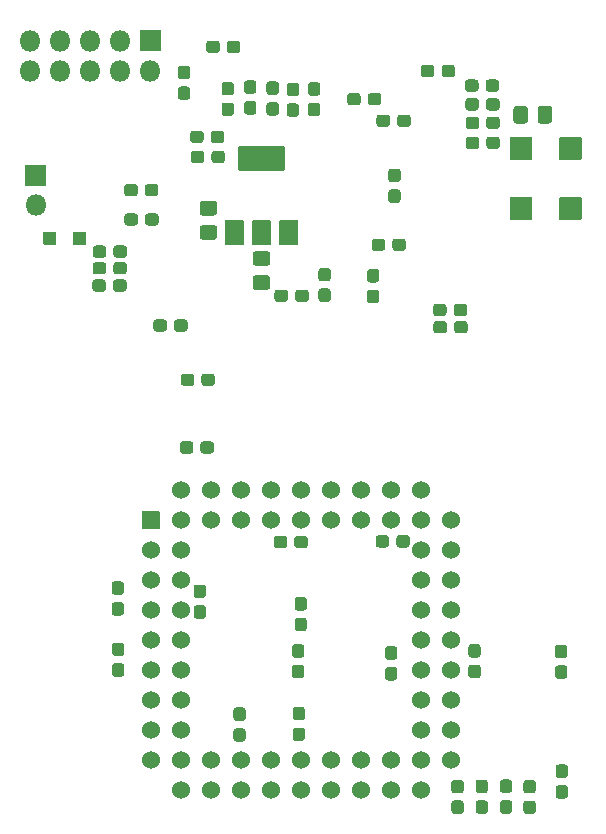
<source format=gbr>
G04 #@! TF.GenerationSoftware,KiCad,Pcbnew,(5.1.8)-1*
G04 #@! TF.CreationDate,2021-01-30T15:14:53+00:00*
G04 #@! TF.ProjectId,ElectronULA,456c6563-7472-46f6-9e55-4c412e6b6963,rev?*
G04 #@! TF.SameCoordinates,Original*
G04 #@! TF.FileFunction,Soldermask,Bot*
G04 #@! TF.FilePolarity,Negative*
%FSLAX46Y46*%
G04 Gerber Fmt 4.6, Leading zero omitted, Abs format (unit mm)*
G04 Created by KiCad (PCBNEW (5.1.8)-1) date 2021-01-30 15:14:53*
%MOMM*%
%LPD*%
G01*
G04 APERTURE LIST*
%ADD10O,1.802000X1.802000*%
%ADD11C,1.524400*%
G04 APERTURE END LIST*
G36*
G01*
X173691660Y-121448280D02*
X173165660Y-121448280D01*
G75*
G02*
X172902660Y-121185280I0J263000D01*
G01*
X172902660Y-120559280D01*
G75*
G02*
X173165660Y-120296280I263000J0D01*
G01*
X173691660Y-120296280D01*
G75*
G02*
X173954660Y-120559280I0J-263000D01*
G01*
X173954660Y-121185280D01*
G75*
G02*
X173691660Y-121448280I-263000J0D01*
G01*
G37*
G36*
G01*
X173691660Y-123198280D02*
X173165660Y-123198280D01*
G75*
G02*
X172902660Y-122935280I0J263000D01*
G01*
X172902660Y-122309280D01*
G75*
G02*
X173165660Y-122046280I263000J0D01*
G01*
X173691660Y-122046280D01*
G75*
G02*
X173954660Y-122309280I0J-263000D01*
G01*
X173954660Y-122935280D01*
G75*
G02*
X173691660Y-123198280I-263000J0D01*
G01*
G37*
G36*
G01*
X171700300Y-121415260D02*
X171174300Y-121415260D01*
G75*
G02*
X170911300Y-121152260I0J263000D01*
G01*
X170911300Y-120526260D01*
G75*
G02*
X171174300Y-120263260I263000J0D01*
G01*
X171700300Y-120263260D01*
G75*
G02*
X171963300Y-120526260I0J-263000D01*
G01*
X171963300Y-121152260D01*
G75*
G02*
X171700300Y-121415260I-263000J0D01*
G01*
G37*
G36*
G01*
X171700300Y-123165260D02*
X171174300Y-123165260D01*
G75*
G02*
X170911300Y-122902260I0J263000D01*
G01*
X170911300Y-122276260D01*
G75*
G02*
X171174300Y-122013260I263000J0D01*
G01*
X171700300Y-122013260D01*
G75*
G02*
X171963300Y-122276260I0J-263000D01*
G01*
X171963300Y-122902260D01*
G75*
G02*
X171700300Y-123165260I-263000J0D01*
G01*
G37*
G36*
G01*
X169647980Y-121425420D02*
X169121980Y-121425420D01*
G75*
G02*
X168858980Y-121162420I0J263000D01*
G01*
X168858980Y-120536420D01*
G75*
G02*
X169121980Y-120273420I263000J0D01*
G01*
X169647980Y-120273420D01*
G75*
G02*
X169910980Y-120536420I0J-263000D01*
G01*
X169910980Y-121162420D01*
G75*
G02*
X169647980Y-121425420I-263000J0D01*
G01*
G37*
G36*
G01*
X169647980Y-123175420D02*
X169121980Y-123175420D01*
G75*
G02*
X168858980Y-122912420I0J263000D01*
G01*
X168858980Y-122286420D01*
G75*
G02*
X169121980Y-122023420I263000J0D01*
G01*
X169647980Y-122023420D01*
G75*
G02*
X169910980Y-122286420I0J-263000D01*
G01*
X169910980Y-122912420D01*
G75*
G02*
X169647980Y-123175420I-263000J0D01*
G01*
G37*
G36*
G01*
X167598200Y-121440660D02*
X167072200Y-121440660D01*
G75*
G02*
X166809200Y-121177660I0J263000D01*
G01*
X166809200Y-120551660D01*
G75*
G02*
X167072200Y-120288660I263000J0D01*
G01*
X167598200Y-120288660D01*
G75*
G02*
X167861200Y-120551660I0J-263000D01*
G01*
X167861200Y-121177660D01*
G75*
G02*
X167598200Y-121440660I-263000J0D01*
G01*
G37*
G36*
G01*
X167598200Y-123190660D02*
X167072200Y-123190660D01*
G75*
G02*
X166809200Y-122927660I0J263000D01*
G01*
X166809200Y-122301660D01*
G75*
G02*
X167072200Y-122038660I263000J0D01*
G01*
X167598200Y-122038660D01*
G75*
G02*
X167861200Y-122301660I0J-263000D01*
G01*
X167861200Y-122927660D01*
G75*
G02*
X167598200Y-123190660I-263000J0D01*
G01*
G37*
G36*
G01*
X133369820Y-73955020D02*
X133369820Y-74955020D01*
G75*
G02*
X133318820Y-75006020I-51000J0D01*
G01*
X132318820Y-75006020D01*
G75*
G02*
X132267820Y-74955020I0J51000D01*
G01*
X132267820Y-73955020D01*
G75*
G02*
X132318820Y-73904020I51000J0D01*
G01*
X133318820Y-73904020D01*
G75*
G02*
X133369820Y-73955020I0J-51000D01*
G01*
G37*
G36*
G01*
X135869820Y-73955020D02*
X135869820Y-74955020D01*
G75*
G02*
X135818820Y-75006020I-51000J0D01*
G01*
X134818820Y-75006020D01*
G75*
G02*
X134767820Y-74955020I0J51000D01*
G01*
X134767820Y-73955020D01*
G75*
G02*
X134818820Y-73904020I51000J0D01*
G01*
X135818820Y-73904020D01*
G75*
G02*
X135869820Y-73955020I0J-51000D01*
G01*
G37*
G36*
G01*
X137592520Y-75312160D02*
X137592520Y-75838160D01*
G75*
G02*
X137329520Y-76101160I-263000J0D01*
G01*
X136703520Y-76101160D01*
G75*
G02*
X136440520Y-75838160I0J263000D01*
G01*
X136440520Y-75312160D01*
G75*
G02*
X136703520Y-75049160I263000J0D01*
G01*
X137329520Y-75049160D01*
G75*
G02*
X137592520Y-75312160I0J-263000D01*
G01*
G37*
G36*
G01*
X139342520Y-75312160D02*
X139342520Y-75838160D01*
G75*
G02*
X139079520Y-76101160I-263000J0D01*
G01*
X138453520Y-76101160D01*
G75*
G02*
X138190520Y-75838160I0J263000D01*
G01*
X138190520Y-75312160D01*
G75*
G02*
X138453520Y-75049160I263000J0D01*
G01*
X139079520Y-75049160D01*
G75*
G02*
X139342520Y-75312160I0J-263000D01*
G01*
G37*
G36*
G01*
X145893240Y-67301000D02*
X145893240Y-67827000D01*
G75*
G02*
X145630240Y-68090000I-263000J0D01*
G01*
X145004240Y-68090000D01*
G75*
G02*
X144741240Y-67827000I0J263000D01*
G01*
X144741240Y-67301000D01*
G75*
G02*
X145004240Y-67038000I263000J0D01*
G01*
X145630240Y-67038000D01*
G75*
G02*
X145893240Y-67301000I0J-263000D01*
G01*
G37*
G36*
G01*
X147643240Y-67301000D02*
X147643240Y-67827000D01*
G75*
G02*
X147380240Y-68090000I-263000J0D01*
G01*
X146754240Y-68090000D01*
G75*
G02*
X146491240Y-67827000I0J263000D01*
G01*
X146491240Y-67301000D01*
G75*
G02*
X146754240Y-67038000I263000J0D01*
G01*
X147380240Y-67038000D01*
G75*
G02*
X147643240Y-67301000I0J-263000D01*
G01*
G37*
G36*
G01*
X169169800Y-66102120D02*
X169169800Y-66628120D01*
G75*
G02*
X168906800Y-66891120I-263000J0D01*
G01*
X168280800Y-66891120D01*
G75*
G02*
X168017800Y-66628120I0J263000D01*
G01*
X168017800Y-66102120D01*
G75*
G02*
X168280800Y-65839120I263000J0D01*
G01*
X168906800Y-65839120D01*
G75*
G02*
X169169800Y-66102120I0J-263000D01*
G01*
G37*
G36*
G01*
X170919800Y-66102120D02*
X170919800Y-66628120D01*
G75*
G02*
X170656800Y-66891120I-263000J0D01*
G01*
X170030800Y-66891120D01*
G75*
G02*
X169767800Y-66628120I0J263000D01*
G01*
X169767800Y-66102120D01*
G75*
G02*
X170030800Y-65839120I263000J0D01*
G01*
X170656800Y-65839120D01*
G75*
G02*
X170919800Y-66102120I0J-263000D01*
G01*
G37*
G36*
G01*
X169159640Y-64415560D02*
X169159640Y-64941560D01*
G75*
G02*
X168896640Y-65204560I-263000J0D01*
G01*
X168270640Y-65204560D01*
G75*
G02*
X168007640Y-64941560I0J263000D01*
G01*
X168007640Y-64415560D01*
G75*
G02*
X168270640Y-64152560I263000J0D01*
G01*
X168896640Y-64152560D01*
G75*
G02*
X169159640Y-64415560I0J-263000D01*
G01*
G37*
G36*
G01*
X170909640Y-64415560D02*
X170909640Y-64941560D01*
G75*
G02*
X170646640Y-65204560I-263000J0D01*
G01*
X170020640Y-65204560D01*
G75*
G02*
X169757640Y-64941560I0J263000D01*
G01*
X169757640Y-64415560D01*
G75*
G02*
X170020640Y-64152560I263000J0D01*
G01*
X170646640Y-64152560D01*
G75*
G02*
X170909640Y-64415560I0J-263000D01*
G01*
G37*
G36*
G01*
X169139320Y-62840760D02*
X169139320Y-63366760D01*
G75*
G02*
X168876320Y-63629760I-263000J0D01*
G01*
X168250320Y-63629760D01*
G75*
G02*
X167987320Y-63366760I0J263000D01*
G01*
X167987320Y-62840760D01*
G75*
G02*
X168250320Y-62577760I263000J0D01*
G01*
X168876320Y-62577760D01*
G75*
G02*
X169139320Y-62840760I0J-263000D01*
G01*
G37*
G36*
G01*
X170889320Y-62840760D02*
X170889320Y-63366760D01*
G75*
G02*
X170626320Y-63629760I-263000J0D01*
G01*
X170000320Y-63629760D01*
G75*
G02*
X169737320Y-63366760I0J263000D01*
G01*
X169737320Y-62840760D01*
G75*
G02*
X170000320Y-62577760I263000J0D01*
G01*
X170626320Y-62577760D01*
G75*
G02*
X170889320Y-62840760I0J-263000D01*
G01*
G37*
G36*
G01*
X169108840Y-61260880D02*
X169108840Y-61786880D01*
G75*
G02*
X168845840Y-62049880I-263000J0D01*
G01*
X168219840Y-62049880D01*
G75*
G02*
X167956840Y-61786880I0J263000D01*
G01*
X167956840Y-61260880D01*
G75*
G02*
X168219840Y-60997880I263000J0D01*
G01*
X168845840Y-60997880D01*
G75*
G02*
X169108840Y-61260880I0J-263000D01*
G01*
G37*
G36*
G01*
X170858840Y-61260880D02*
X170858840Y-61786880D01*
G75*
G02*
X170595840Y-62049880I-263000J0D01*
G01*
X169969840Y-62049880D01*
G75*
G02*
X169706840Y-61786880I0J263000D01*
G01*
X169706840Y-61260880D01*
G75*
G02*
X169969840Y-60997880I263000J0D01*
G01*
X170595840Y-60997880D01*
G75*
G02*
X170858840Y-61260880I0J-263000D01*
G01*
G37*
G36*
G01*
X138835240Y-104646180D02*
X138309240Y-104646180D01*
G75*
G02*
X138046240Y-104383180I0J263000D01*
G01*
X138046240Y-103757180D01*
G75*
G02*
X138309240Y-103494180I263000J0D01*
G01*
X138835240Y-103494180D01*
G75*
G02*
X139098240Y-103757180I0J-263000D01*
G01*
X139098240Y-104383180D01*
G75*
G02*
X138835240Y-104646180I-263000J0D01*
G01*
G37*
G36*
G01*
X138835240Y-106396180D02*
X138309240Y-106396180D01*
G75*
G02*
X138046240Y-106133180I0J263000D01*
G01*
X138046240Y-105507180D01*
G75*
G02*
X138309240Y-105244180I263000J0D01*
G01*
X138835240Y-105244180D01*
G75*
G02*
X139098240Y-105507180I0J-263000D01*
G01*
X139098240Y-106133180D01*
G75*
G02*
X138835240Y-106396180I-263000J0D01*
G01*
G37*
G36*
G01*
X137587440Y-76719320D02*
X137587440Y-77245320D01*
G75*
G02*
X137324440Y-77508320I-263000J0D01*
G01*
X136698440Y-77508320D01*
G75*
G02*
X136435440Y-77245320I0J263000D01*
G01*
X136435440Y-76719320D01*
G75*
G02*
X136698440Y-76456320I263000J0D01*
G01*
X137324440Y-76456320D01*
G75*
G02*
X137587440Y-76719320I0J-263000D01*
G01*
G37*
G36*
G01*
X139337440Y-76719320D02*
X139337440Y-77245320D01*
G75*
G02*
X139074440Y-77508320I-263000J0D01*
G01*
X138448440Y-77508320D01*
G75*
G02*
X138185440Y-77245320I0J263000D01*
G01*
X138185440Y-76719320D01*
G75*
G02*
X138448440Y-76456320I263000J0D01*
G01*
X139074440Y-76456320D01*
G75*
G02*
X139337440Y-76719320I0J-263000D01*
G01*
G37*
G36*
G01*
X137562040Y-78187440D02*
X137562040Y-78713440D01*
G75*
G02*
X137299040Y-78976440I-263000J0D01*
G01*
X136673040Y-78976440D01*
G75*
G02*
X136410040Y-78713440I0J263000D01*
G01*
X136410040Y-78187440D01*
G75*
G02*
X136673040Y-77924440I263000J0D01*
G01*
X137299040Y-77924440D01*
G75*
G02*
X137562040Y-78187440I0J-263000D01*
G01*
G37*
G36*
G01*
X139312040Y-78187440D02*
X139312040Y-78713440D01*
G75*
G02*
X139049040Y-78976440I-263000J0D01*
G01*
X138423040Y-78976440D01*
G75*
G02*
X138160040Y-78713440I0J263000D01*
G01*
X138160040Y-78187440D01*
G75*
G02*
X138423040Y-77924440I263000J0D01*
G01*
X139049040Y-77924440D01*
G75*
G02*
X139312040Y-78187440I0J-263000D01*
G01*
G37*
D10*
X131620260Y-71653400D03*
G36*
G01*
X130719260Y-69963400D02*
X130719260Y-68263400D01*
G75*
G02*
X130770260Y-68212400I51000J0D01*
G01*
X132470260Y-68212400D01*
G75*
G02*
X132521260Y-68263400I0J-51000D01*
G01*
X132521260Y-69963400D01*
G75*
G02*
X132470260Y-70014400I-51000J0D01*
G01*
X130770260Y-70014400D01*
G75*
G02*
X130719260Y-69963400I0J51000D01*
G01*
G37*
G36*
G01*
X167039840Y-82241500D02*
X167039840Y-81715500D01*
G75*
G02*
X167302840Y-81452500I263000J0D01*
G01*
X167928840Y-81452500D01*
G75*
G02*
X168191840Y-81715500I0J-263000D01*
G01*
X168191840Y-82241500D01*
G75*
G02*
X167928840Y-82504500I-263000J0D01*
G01*
X167302840Y-82504500D01*
G75*
G02*
X167039840Y-82241500I0J263000D01*
G01*
G37*
G36*
G01*
X165289840Y-82241500D02*
X165289840Y-81715500D01*
G75*
G02*
X165552840Y-81452500I263000J0D01*
G01*
X166178840Y-81452500D01*
G75*
G02*
X166441840Y-81715500I0J-263000D01*
G01*
X166441840Y-82241500D01*
G75*
G02*
X166178840Y-82504500I-263000J0D01*
G01*
X165552840Y-82504500D01*
G75*
G02*
X165289840Y-82241500I0J263000D01*
G01*
G37*
G36*
G01*
X156340920Y-78095560D02*
X155814920Y-78095560D01*
G75*
G02*
X155551920Y-77832560I0J263000D01*
G01*
X155551920Y-77206560D01*
G75*
G02*
X155814920Y-76943560I263000J0D01*
G01*
X156340920Y-76943560D01*
G75*
G02*
X156603920Y-77206560I0J-263000D01*
G01*
X156603920Y-77832560D01*
G75*
G02*
X156340920Y-78095560I-263000J0D01*
G01*
G37*
G36*
G01*
X156340920Y-79845560D02*
X155814920Y-79845560D01*
G75*
G02*
X155551920Y-79582560I0J263000D01*
G01*
X155551920Y-78956560D01*
G75*
G02*
X155814920Y-78693560I263000J0D01*
G01*
X156340920Y-78693560D01*
G75*
G02*
X156603920Y-78956560I0J-263000D01*
G01*
X156603920Y-79582560D01*
G75*
G02*
X156340920Y-79845560I-263000J0D01*
G01*
G37*
G36*
G01*
X176422160Y-120145260D02*
X175896160Y-120145260D01*
G75*
G02*
X175633160Y-119882260I0J263000D01*
G01*
X175633160Y-119256260D01*
G75*
G02*
X175896160Y-118993260I263000J0D01*
G01*
X176422160Y-118993260D01*
G75*
G02*
X176685160Y-119256260I0J-263000D01*
G01*
X176685160Y-119882260D01*
G75*
G02*
X176422160Y-120145260I-263000J0D01*
G01*
G37*
G36*
G01*
X176422160Y-121895260D02*
X175896160Y-121895260D01*
G75*
G02*
X175633160Y-121632260I0J263000D01*
G01*
X175633160Y-121006260D01*
G75*
G02*
X175896160Y-120743260I263000J0D01*
G01*
X176422160Y-120743260D01*
G75*
G02*
X176685160Y-121006260I0J-263000D01*
G01*
X176685160Y-121632260D01*
G75*
G02*
X176422160Y-121895260I-263000J0D01*
G01*
G37*
G36*
G01*
X138858100Y-109820160D02*
X138332100Y-109820160D01*
G75*
G02*
X138069100Y-109557160I0J263000D01*
G01*
X138069100Y-108931160D01*
G75*
G02*
X138332100Y-108668160I263000J0D01*
G01*
X138858100Y-108668160D01*
G75*
G02*
X139121100Y-108931160I0J-263000D01*
G01*
X139121100Y-109557160D01*
G75*
G02*
X138858100Y-109820160I-263000J0D01*
G01*
G37*
G36*
G01*
X138858100Y-111570160D02*
X138332100Y-111570160D01*
G75*
G02*
X138069100Y-111307160I0J263000D01*
G01*
X138069100Y-110681160D01*
G75*
G02*
X138332100Y-110418160I263000J0D01*
G01*
X138858100Y-110418160D01*
G75*
G02*
X139121100Y-110681160I0J-263000D01*
G01*
X139121100Y-111307160D01*
G75*
G02*
X138858100Y-111570160I-263000J0D01*
G01*
G37*
X131165600Y-60251340D03*
X131165600Y-57711340D03*
X133705600Y-60251340D03*
X133705600Y-57711340D03*
X136245600Y-60251340D03*
X136245600Y-57711340D03*
X138785600Y-60251340D03*
X138785600Y-57711340D03*
X141325600Y-60251340D03*
G36*
G01*
X140475600Y-56810340D02*
X142175600Y-56810340D01*
G75*
G02*
X142226600Y-56861340I0J-51000D01*
G01*
X142226600Y-58561340D01*
G75*
G02*
X142175600Y-58612340I-51000J0D01*
G01*
X140475600Y-58612340D01*
G75*
G02*
X140424600Y-58561340I0J51000D01*
G01*
X140424600Y-56861340D01*
G75*
G02*
X140475600Y-56810340I51000J0D01*
G01*
G37*
G36*
G01*
X155451920Y-62378040D02*
X154925920Y-62378040D01*
G75*
G02*
X154662920Y-62115040I0J263000D01*
G01*
X154662920Y-61489040D01*
G75*
G02*
X154925920Y-61226040I263000J0D01*
G01*
X155451920Y-61226040D01*
G75*
G02*
X155714920Y-61489040I0J-263000D01*
G01*
X155714920Y-62115040D01*
G75*
G02*
X155451920Y-62378040I-263000J0D01*
G01*
G37*
G36*
G01*
X155451920Y-64128040D02*
X154925920Y-64128040D01*
G75*
G02*
X154662920Y-63865040I0J263000D01*
G01*
X154662920Y-63239040D01*
G75*
G02*
X154925920Y-62976040I263000J0D01*
G01*
X155451920Y-62976040D01*
G75*
G02*
X155714920Y-63239040I0J-263000D01*
G01*
X155714920Y-63865040D01*
G75*
G02*
X155451920Y-64128040I-263000J0D01*
G01*
G37*
G36*
G01*
X147801880Y-58502660D02*
X147801880Y-57976660D01*
G75*
G02*
X148064880Y-57713660I263000J0D01*
G01*
X148690880Y-57713660D01*
G75*
G02*
X148953880Y-57976660I0J-263000D01*
G01*
X148953880Y-58502660D01*
G75*
G02*
X148690880Y-58765660I-263000J0D01*
G01*
X148064880Y-58765660D01*
G75*
G02*
X147801880Y-58502660I0J263000D01*
G01*
G37*
G36*
G01*
X146051880Y-58502660D02*
X146051880Y-57976660D01*
G75*
G02*
X146314880Y-57713660I263000J0D01*
G01*
X146940880Y-57713660D01*
G75*
G02*
X147203880Y-57976660I0J-263000D01*
G01*
X147203880Y-58502660D01*
G75*
G02*
X146940880Y-58765660I-263000J0D01*
G01*
X146314880Y-58765660D01*
G75*
G02*
X146051880Y-58502660I0J263000D01*
G01*
G37*
G36*
G01*
X150041720Y-62220560D02*
X149515720Y-62220560D01*
G75*
G02*
X149252720Y-61957560I0J263000D01*
G01*
X149252720Y-61331560D01*
G75*
G02*
X149515720Y-61068560I263000J0D01*
G01*
X150041720Y-61068560D01*
G75*
G02*
X150304720Y-61331560I0J-263000D01*
G01*
X150304720Y-61957560D01*
G75*
G02*
X150041720Y-62220560I-263000J0D01*
G01*
G37*
G36*
G01*
X150041720Y-63970560D02*
X149515720Y-63970560D01*
G75*
G02*
X149252720Y-63707560I0J263000D01*
G01*
X149252720Y-63081560D01*
G75*
G02*
X149515720Y-62818560I263000J0D01*
G01*
X150041720Y-62818560D01*
G75*
G02*
X150304720Y-63081560I0J-263000D01*
G01*
X150304720Y-63707560D01*
G75*
G02*
X150041720Y-63970560I-263000J0D01*
G01*
G37*
G36*
G01*
X151946720Y-62312000D02*
X151420720Y-62312000D01*
G75*
G02*
X151157720Y-62049000I0J263000D01*
G01*
X151157720Y-61423000D01*
G75*
G02*
X151420720Y-61160000I263000J0D01*
G01*
X151946720Y-61160000D01*
G75*
G02*
X152209720Y-61423000I0J-263000D01*
G01*
X152209720Y-62049000D01*
G75*
G02*
X151946720Y-62312000I-263000J0D01*
G01*
G37*
G36*
G01*
X151946720Y-64062000D02*
X151420720Y-64062000D01*
G75*
G02*
X151157720Y-63799000I0J263000D01*
G01*
X151157720Y-63173000D01*
G75*
G02*
X151420720Y-62910000I263000J0D01*
G01*
X151946720Y-62910000D01*
G75*
G02*
X152209720Y-63173000I0J-263000D01*
G01*
X152209720Y-63799000D01*
G75*
G02*
X151946720Y-64062000I-263000J0D01*
G01*
G37*
G36*
G01*
X140857520Y-70633700D02*
X140857520Y-70107700D01*
G75*
G02*
X141120520Y-69844700I263000J0D01*
G01*
X141746520Y-69844700D01*
G75*
G02*
X142009520Y-70107700I0J-263000D01*
G01*
X142009520Y-70633700D01*
G75*
G02*
X141746520Y-70896700I-263000J0D01*
G01*
X141120520Y-70896700D01*
G75*
G02*
X140857520Y-70633700I0J263000D01*
G01*
G37*
G36*
G01*
X139107520Y-70633700D02*
X139107520Y-70107700D01*
G75*
G02*
X139370520Y-69844700I263000J0D01*
G01*
X139996520Y-69844700D01*
G75*
G02*
X140259520Y-70107700I0J-263000D01*
G01*
X140259520Y-70633700D01*
G75*
G02*
X139996520Y-70896700I-263000J0D01*
G01*
X139370520Y-70896700D01*
G75*
G02*
X139107520Y-70633700I0J263000D01*
G01*
G37*
G36*
G01*
X146437900Y-66127740D02*
X146437900Y-65601740D01*
G75*
G02*
X146700900Y-65338740I263000J0D01*
G01*
X147326900Y-65338740D01*
G75*
G02*
X147589900Y-65601740I0J-263000D01*
G01*
X147589900Y-66127740D01*
G75*
G02*
X147326900Y-66390740I-263000J0D01*
G01*
X146700900Y-66390740D01*
G75*
G02*
X146437900Y-66127740I0J263000D01*
G01*
G37*
G36*
G01*
X144687900Y-66127740D02*
X144687900Y-65601740D01*
G75*
G02*
X144950900Y-65338740I263000J0D01*
G01*
X145576900Y-65338740D01*
G75*
G02*
X145839900Y-65601740I0J-263000D01*
G01*
X145839900Y-66127740D01*
G75*
G02*
X145576900Y-66390740I-263000J0D01*
G01*
X144950900Y-66390740D01*
G75*
G02*
X144687900Y-66127740I0J263000D01*
G01*
G37*
G36*
G01*
X153585460Y-79571960D02*
X153585460Y-79045960D01*
G75*
G02*
X153848460Y-78782960I263000J0D01*
G01*
X154474460Y-78782960D01*
G75*
G02*
X154737460Y-79045960I0J-263000D01*
G01*
X154737460Y-79571960D01*
G75*
G02*
X154474460Y-79834960I-263000J0D01*
G01*
X153848460Y-79834960D01*
G75*
G02*
X153585460Y-79571960I0J263000D01*
G01*
G37*
G36*
G01*
X151835460Y-79571960D02*
X151835460Y-79045960D01*
G75*
G02*
X152098460Y-78782960I263000J0D01*
G01*
X152724460Y-78782960D01*
G75*
G02*
X152987460Y-79045960I0J-263000D01*
G01*
X152987460Y-79571960D01*
G75*
G02*
X152724460Y-79834960I-263000J0D01*
G01*
X152098460Y-79834960D01*
G75*
G02*
X151835460Y-79571960I0J263000D01*
G01*
G37*
G36*
G01*
X142728200Y-81568000D02*
X142728200Y-82094000D01*
G75*
G02*
X142465200Y-82357000I-263000J0D01*
G01*
X141839200Y-82357000D01*
G75*
G02*
X141576200Y-82094000I0J263000D01*
G01*
X141576200Y-81568000D01*
G75*
G02*
X141839200Y-81305000I263000J0D01*
G01*
X142465200Y-81305000D01*
G75*
G02*
X142728200Y-81568000I0J-263000D01*
G01*
G37*
G36*
G01*
X144478200Y-81568000D02*
X144478200Y-82094000D01*
G75*
G02*
X144215200Y-82357000I-263000J0D01*
G01*
X143589200Y-82357000D01*
G75*
G02*
X143326200Y-82094000I0J263000D01*
G01*
X143326200Y-81568000D01*
G75*
G02*
X143589200Y-81305000I263000J0D01*
G01*
X144215200Y-81305000D01*
G75*
G02*
X144478200Y-81568000I0J-263000D01*
G01*
G37*
G36*
G01*
X140277300Y-72591820D02*
X140277300Y-73117820D01*
G75*
G02*
X140014300Y-73380820I-263000J0D01*
G01*
X139388300Y-73380820D01*
G75*
G02*
X139125300Y-73117820I0J263000D01*
G01*
X139125300Y-72591820D01*
G75*
G02*
X139388300Y-72328820I263000J0D01*
G01*
X140014300Y-72328820D01*
G75*
G02*
X140277300Y-72591820I0J-263000D01*
G01*
G37*
G36*
G01*
X142027300Y-72591820D02*
X142027300Y-73117820D01*
G75*
G02*
X141764300Y-73380820I-263000J0D01*
G01*
X141138300Y-73380820D01*
G75*
G02*
X140875300Y-73117820I0J263000D01*
G01*
X140875300Y-72591820D01*
G75*
G02*
X141138300Y-72328820I263000J0D01*
G01*
X141764300Y-72328820D01*
G75*
G02*
X142027300Y-72591820I0J-263000D01*
G01*
G37*
G36*
G01*
X167006820Y-80778460D02*
X167006820Y-80252460D01*
G75*
G02*
X167269820Y-79989460I263000J0D01*
G01*
X167895820Y-79989460D01*
G75*
G02*
X168158820Y-80252460I0J-263000D01*
G01*
X168158820Y-80778460D01*
G75*
G02*
X167895820Y-81041460I-263000J0D01*
G01*
X167269820Y-81041460D01*
G75*
G02*
X167006820Y-80778460I0J263000D01*
G01*
G37*
G36*
G01*
X165256820Y-80778460D02*
X165256820Y-80252460D01*
G75*
G02*
X165519820Y-79989460I263000J0D01*
G01*
X166145820Y-79989460D01*
G75*
G02*
X166408820Y-80252460I0J-263000D01*
G01*
X166408820Y-80778460D01*
G75*
G02*
X166145820Y-81041460I-263000J0D01*
G01*
X165519820Y-81041460D01*
G75*
G02*
X165256820Y-80778460I0J263000D01*
G01*
G37*
G36*
G01*
X161728040Y-70301400D02*
X162254040Y-70301400D01*
G75*
G02*
X162517040Y-70564400I0J-263000D01*
G01*
X162517040Y-71190400D01*
G75*
G02*
X162254040Y-71453400I-263000J0D01*
G01*
X161728040Y-71453400D01*
G75*
G02*
X161465040Y-71190400I0J263000D01*
G01*
X161465040Y-70564400D01*
G75*
G02*
X161728040Y-70301400I263000J0D01*
G01*
G37*
G36*
G01*
X161728040Y-68551400D02*
X162254040Y-68551400D01*
G75*
G02*
X162517040Y-68814400I0J-263000D01*
G01*
X162517040Y-69440400D01*
G75*
G02*
X162254040Y-69703400I-263000J0D01*
G01*
X161728040Y-69703400D01*
G75*
G02*
X161465040Y-69440400I0J263000D01*
G01*
X161465040Y-68814400D01*
G75*
G02*
X161728040Y-68551400I263000J0D01*
G01*
G37*
G36*
G01*
X147620880Y-62950640D02*
X148146880Y-62950640D01*
G75*
G02*
X148409880Y-63213640I0J-263000D01*
G01*
X148409880Y-63839640D01*
G75*
G02*
X148146880Y-64102640I-263000J0D01*
G01*
X147620880Y-64102640D01*
G75*
G02*
X147357880Y-63839640I0J263000D01*
G01*
X147357880Y-63213640D01*
G75*
G02*
X147620880Y-62950640I263000J0D01*
G01*
G37*
G36*
G01*
X147620880Y-61200640D02*
X148146880Y-61200640D01*
G75*
G02*
X148409880Y-61463640I0J-263000D01*
G01*
X148409880Y-62089640D01*
G75*
G02*
X148146880Y-62352640I-263000J0D01*
G01*
X147620880Y-62352640D01*
G75*
G02*
X147357880Y-62089640I0J263000D01*
G01*
X147357880Y-61463640D01*
G75*
G02*
X147620880Y-61200640I263000J0D01*
G01*
G37*
G36*
G01*
X165975580Y-60549900D02*
X165975580Y-60023900D01*
G75*
G02*
X166238580Y-59760900I263000J0D01*
G01*
X166864580Y-59760900D01*
G75*
G02*
X167127580Y-60023900I0J-263000D01*
G01*
X167127580Y-60549900D01*
G75*
G02*
X166864580Y-60812900I-263000J0D01*
G01*
X166238580Y-60812900D01*
G75*
G02*
X165975580Y-60549900I0J263000D01*
G01*
G37*
G36*
G01*
X164225580Y-60549900D02*
X164225580Y-60023900D01*
G75*
G02*
X164488580Y-59760900I263000J0D01*
G01*
X165114580Y-59760900D01*
G75*
G02*
X165377580Y-60023900I0J-263000D01*
G01*
X165377580Y-60549900D01*
G75*
G02*
X165114580Y-60812900I-263000J0D01*
G01*
X164488580Y-60812900D01*
G75*
G02*
X164225580Y-60549900I0J263000D01*
G01*
G37*
G36*
G01*
X160448100Y-78192080D02*
X159922100Y-78192080D01*
G75*
G02*
X159659100Y-77929080I0J263000D01*
G01*
X159659100Y-77303080D01*
G75*
G02*
X159922100Y-77040080I263000J0D01*
G01*
X160448100Y-77040080D01*
G75*
G02*
X160711100Y-77303080I0J-263000D01*
G01*
X160711100Y-77929080D01*
G75*
G02*
X160448100Y-78192080I-263000J0D01*
G01*
G37*
G36*
G01*
X160448100Y-79942080D02*
X159922100Y-79942080D01*
G75*
G02*
X159659100Y-79679080I0J263000D01*
G01*
X159659100Y-79053080D01*
G75*
G02*
X159922100Y-78790080I263000J0D01*
G01*
X160448100Y-78790080D01*
G75*
G02*
X160711100Y-79053080I0J-263000D01*
G01*
X160711100Y-79679080D01*
G75*
G02*
X160448100Y-79942080I-263000J0D01*
G01*
G37*
G36*
G01*
X144433400Y-60986120D02*
X143907400Y-60986120D01*
G75*
G02*
X143644400Y-60723120I0J263000D01*
G01*
X143644400Y-60097120D01*
G75*
G02*
X143907400Y-59834120I263000J0D01*
G01*
X144433400Y-59834120D01*
G75*
G02*
X144696400Y-60097120I0J-263000D01*
G01*
X144696400Y-60723120D01*
G75*
G02*
X144433400Y-60986120I-263000J0D01*
G01*
G37*
G36*
G01*
X144433400Y-62736120D02*
X143907400Y-62736120D01*
G75*
G02*
X143644400Y-62473120I0J263000D01*
G01*
X143644400Y-61847120D01*
G75*
G02*
X143907400Y-61584120I263000J0D01*
G01*
X144433400Y-61584120D01*
G75*
G02*
X144696400Y-61847120I0J-263000D01*
G01*
X144696400Y-62473120D01*
G75*
G02*
X144433400Y-62736120I-263000J0D01*
G01*
G37*
G36*
G01*
X159732260Y-62927340D02*
X159732260Y-62401340D01*
G75*
G02*
X159995260Y-62138340I263000J0D01*
G01*
X160621260Y-62138340D01*
G75*
G02*
X160884260Y-62401340I0J-263000D01*
G01*
X160884260Y-62927340D01*
G75*
G02*
X160621260Y-63190340I-263000J0D01*
G01*
X159995260Y-63190340D01*
G75*
G02*
X159732260Y-62927340I0J263000D01*
G01*
G37*
G36*
G01*
X157982260Y-62927340D02*
X157982260Y-62401340D01*
G75*
G02*
X158245260Y-62138340I263000J0D01*
G01*
X158871260Y-62138340D01*
G75*
G02*
X159134260Y-62401340I0J-263000D01*
G01*
X159134260Y-62927340D01*
G75*
G02*
X158871260Y-63190340I-263000J0D01*
G01*
X158245260Y-63190340D01*
G75*
G02*
X157982260Y-62927340I0J263000D01*
G01*
G37*
G36*
G01*
X153130140Y-63016680D02*
X153656140Y-63016680D01*
G75*
G02*
X153919140Y-63279680I0J-263000D01*
G01*
X153919140Y-63905680D01*
G75*
G02*
X153656140Y-64168680I-263000J0D01*
G01*
X153130140Y-64168680D01*
G75*
G02*
X152867140Y-63905680I0J263000D01*
G01*
X152867140Y-63279680D01*
G75*
G02*
X153130140Y-63016680I263000J0D01*
G01*
G37*
G36*
G01*
X153130140Y-61266680D02*
X153656140Y-61266680D01*
G75*
G02*
X153919140Y-61529680I0J-263000D01*
G01*
X153919140Y-62155680D01*
G75*
G02*
X153656140Y-62418680I-263000J0D01*
G01*
X153130140Y-62418680D01*
G75*
G02*
X152867140Y-62155680I0J263000D01*
G01*
X152867140Y-61529680D01*
G75*
G02*
X153130140Y-61266680I263000J0D01*
G01*
G37*
G36*
G01*
X161211980Y-74733040D02*
X161211980Y-75259040D01*
G75*
G02*
X160948980Y-75522040I-263000J0D01*
G01*
X160322980Y-75522040D01*
G75*
G02*
X160059980Y-75259040I0J263000D01*
G01*
X160059980Y-74733040D01*
G75*
G02*
X160322980Y-74470040I263000J0D01*
G01*
X160948980Y-74470040D01*
G75*
G02*
X161211980Y-74733040I0J-263000D01*
G01*
G37*
G36*
G01*
X162961980Y-74733040D02*
X162961980Y-75259040D01*
G75*
G02*
X162698980Y-75522040I-263000J0D01*
G01*
X162072980Y-75522040D01*
G75*
G02*
X161809980Y-75259040I0J263000D01*
G01*
X161809980Y-74733040D01*
G75*
G02*
X162072980Y-74470040I263000J0D01*
G01*
X162698980Y-74470040D01*
G75*
G02*
X162961980Y-74733040I0J-263000D01*
G01*
G37*
G36*
G01*
X161620920Y-64235220D02*
X161620920Y-64761220D01*
G75*
G02*
X161357920Y-65024220I-263000J0D01*
G01*
X160731920Y-65024220D01*
G75*
G02*
X160468920Y-64761220I0J263000D01*
G01*
X160468920Y-64235220D01*
G75*
G02*
X160731920Y-63972220I263000J0D01*
G01*
X161357920Y-63972220D01*
G75*
G02*
X161620920Y-64235220I0J-263000D01*
G01*
G37*
G36*
G01*
X163370920Y-64235220D02*
X163370920Y-64761220D01*
G75*
G02*
X163107920Y-65024220I-263000J0D01*
G01*
X162481920Y-65024220D01*
G75*
G02*
X162218920Y-64761220I0J263000D01*
G01*
X162218920Y-64235220D01*
G75*
G02*
X162481920Y-63972220I263000J0D01*
G01*
X163107920Y-63972220D01*
G75*
G02*
X163370920Y-64235220I0J-263000D01*
G01*
G37*
G36*
G01*
X171789520Y-65904340D02*
X173589520Y-65904340D01*
G75*
G02*
X173640520Y-65955340I0J-51000D01*
G01*
X173640520Y-67755340D01*
G75*
G02*
X173589520Y-67806340I-51000J0D01*
G01*
X171789520Y-67806340D01*
G75*
G02*
X171738520Y-67755340I0J51000D01*
G01*
X171738520Y-65955340D01*
G75*
G02*
X171789520Y-65904340I51000J0D01*
G01*
G37*
G36*
G01*
X171789520Y-70984340D02*
X173589520Y-70984340D01*
G75*
G02*
X173640520Y-71035340I0J-51000D01*
G01*
X173640520Y-72835340D01*
G75*
G02*
X173589520Y-72886340I-51000J0D01*
G01*
X171789520Y-72886340D01*
G75*
G02*
X171738520Y-72835340I0J51000D01*
G01*
X171738520Y-71035340D01*
G75*
G02*
X171789520Y-70984340I51000J0D01*
G01*
G37*
G36*
G01*
X175980520Y-70984340D02*
X177780520Y-70984340D01*
G75*
G02*
X177831520Y-71035340I0J-51000D01*
G01*
X177831520Y-72835340D01*
G75*
G02*
X177780520Y-72886340I-51000J0D01*
G01*
X175980520Y-72886340D01*
G75*
G02*
X175929520Y-72835340I0J51000D01*
G01*
X175929520Y-71035340D01*
G75*
G02*
X175980520Y-70984340I51000J0D01*
G01*
G37*
G36*
G01*
X175980520Y-65904340D02*
X177780520Y-65904340D01*
G75*
G02*
X177831520Y-65955340I0J-51000D01*
G01*
X177831520Y-67755340D01*
G75*
G02*
X177780520Y-67806340I-51000J0D01*
G01*
X175980520Y-67806340D01*
G75*
G02*
X175929520Y-67755340I0J51000D01*
G01*
X175929520Y-65955340D01*
G75*
G02*
X175980520Y-65904340I51000J0D01*
G01*
G37*
G36*
G01*
X150249852Y-77574360D02*
X151207508Y-77574360D01*
G75*
G02*
X151479680Y-77846532I0J-272172D01*
G01*
X151479680Y-78554188D01*
G75*
G02*
X151207508Y-78826360I-272172J0D01*
G01*
X150249852Y-78826360D01*
G75*
G02*
X149977680Y-78554188I0J272172D01*
G01*
X149977680Y-77846532D01*
G75*
G02*
X150249852Y-77574360I272172J0D01*
G01*
G37*
G36*
G01*
X150249852Y-75524360D02*
X151207508Y-75524360D01*
G75*
G02*
X151479680Y-75796532I0J-272172D01*
G01*
X151479680Y-76504188D01*
G75*
G02*
X151207508Y-76776360I-272172J0D01*
G01*
X150249852Y-76776360D01*
G75*
G02*
X149977680Y-76504188I0J272172D01*
G01*
X149977680Y-75796532D01*
G75*
G02*
X150249852Y-75524360I272172J0D01*
G01*
G37*
G36*
G01*
X153783760Y-75031440D02*
X152283760Y-75031440D01*
G75*
G02*
X152232760Y-74980440I0J51000D01*
G01*
X152232760Y-72980440D01*
G75*
G02*
X152283760Y-72929440I51000J0D01*
G01*
X153783760Y-72929440D01*
G75*
G02*
X153834760Y-72980440I0J-51000D01*
G01*
X153834760Y-74980440D01*
G75*
G02*
X153783760Y-75031440I-51000J0D01*
G01*
G37*
G36*
G01*
X149183760Y-75031440D02*
X147683760Y-75031440D01*
G75*
G02*
X147632760Y-74980440I0J51000D01*
G01*
X147632760Y-72980440D01*
G75*
G02*
X147683760Y-72929440I51000J0D01*
G01*
X149183760Y-72929440D01*
G75*
G02*
X149234760Y-72980440I0J-51000D01*
G01*
X149234760Y-74980440D01*
G75*
G02*
X149183760Y-75031440I-51000J0D01*
G01*
G37*
G36*
G01*
X151483760Y-75031440D02*
X149983760Y-75031440D01*
G75*
G02*
X149932760Y-74980440I0J51000D01*
G01*
X149932760Y-72980440D01*
G75*
G02*
X149983760Y-72929440I51000J0D01*
G01*
X151483760Y-72929440D01*
G75*
G02*
X151534760Y-72980440I0J-51000D01*
G01*
X151534760Y-74980440D01*
G75*
G02*
X151483760Y-75031440I-51000J0D01*
G01*
G37*
G36*
G01*
X152633760Y-68731440D02*
X148833760Y-68731440D01*
G75*
G02*
X148782760Y-68680440I0J51000D01*
G01*
X148782760Y-66680440D01*
G75*
G02*
X148833760Y-66629440I51000J0D01*
G01*
X152633760Y-66629440D01*
G75*
G02*
X152684760Y-66680440I0J-51000D01*
G01*
X152684760Y-68680440D01*
G75*
G02*
X152633760Y-68731440I-51000J0D01*
G01*
G37*
G36*
G01*
X174104520Y-64463968D02*
X174104520Y-63506312D01*
G75*
G02*
X174376692Y-63234140I272172J0D01*
G01*
X175084348Y-63234140D01*
G75*
G02*
X175356520Y-63506312I0J-272172D01*
G01*
X175356520Y-64463968D01*
G75*
G02*
X175084348Y-64736140I-272172J0D01*
G01*
X174376692Y-64736140D01*
G75*
G02*
X174104520Y-64463968I0J272172D01*
G01*
G37*
G36*
G01*
X172054520Y-64463968D02*
X172054520Y-63506312D01*
G75*
G02*
X172326692Y-63234140I272172J0D01*
G01*
X173034348Y-63234140D01*
G75*
G02*
X173306520Y-63506312I0J-272172D01*
G01*
X173306520Y-64463968D01*
G75*
G02*
X173034348Y-64736140I-272172J0D01*
G01*
X172326692Y-64736140D01*
G75*
G02*
X172054520Y-64463968I0J272172D01*
G01*
G37*
G36*
G01*
X146716788Y-72524400D02*
X145759132Y-72524400D01*
G75*
G02*
X145486960Y-72252228I0J272172D01*
G01*
X145486960Y-71544572D01*
G75*
G02*
X145759132Y-71272400I272172J0D01*
G01*
X146716788Y-71272400D01*
G75*
G02*
X146988960Y-71544572I0J-272172D01*
G01*
X146988960Y-72252228D01*
G75*
G02*
X146716788Y-72524400I-272172J0D01*
G01*
G37*
G36*
G01*
X146716788Y-74574400D02*
X145759132Y-74574400D01*
G75*
G02*
X145486960Y-74302228I0J272172D01*
G01*
X145486960Y-73594572D01*
G75*
G02*
X145759132Y-73322400I272172J0D01*
G01*
X146716788Y-73322400D01*
G75*
G02*
X146988960Y-73594572I0J-272172D01*
G01*
X146988960Y-74302228D01*
G75*
G02*
X146716788Y-74574400I-272172J0D01*
G01*
G37*
G36*
G01*
X153574200Y-110555000D02*
X154100200Y-110555000D01*
G75*
G02*
X154363200Y-110818000I0J-263000D01*
G01*
X154363200Y-111444000D01*
G75*
G02*
X154100200Y-111707000I-263000J0D01*
G01*
X153574200Y-111707000D01*
G75*
G02*
X153311200Y-111444000I0J263000D01*
G01*
X153311200Y-110818000D01*
G75*
G02*
X153574200Y-110555000I263000J0D01*
G01*
G37*
G36*
G01*
X153574200Y-108805000D02*
X154100200Y-108805000D01*
G75*
G02*
X154363200Y-109068000I0J-263000D01*
G01*
X154363200Y-109694000D01*
G75*
G02*
X154100200Y-109957000I-263000J0D01*
G01*
X153574200Y-109957000D01*
G75*
G02*
X153311200Y-109694000I0J263000D01*
G01*
X153311200Y-109068000D01*
G75*
G02*
X153574200Y-108805000I263000J0D01*
G01*
G37*
G36*
G01*
X145566200Y-92420560D02*
X145566200Y-91894560D01*
G75*
G02*
X145829200Y-91631560I263000J0D01*
G01*
X146455200Y-91631560D01*
G75*
G02*
X146718200Y-91894560I0J-263000D01*
G01*
X146718200Y-92420560D01*
G75*
G02*
X146455200Y-92683560I-263000J0D01*
G01*
X145829200Y-92683560D01*
G75*
G02*
X145566200Y-92420560I0J263000D01*
G01*
G37*
G36*
G01*
X143816200Y-92420560D02*
X143816200Y-91894560D01*
G75*
G02*
X144079200Y-91631560I263000J0D01*
G01*
X144705200Y-91631560D01*
G75*
G02*
X144968200Y-91894560I0J-263000D01*
G01*
X144968200Y-92420560D01*
G75*
G02*
X144705200Y-92683560I-263000J0D01*
G01*
X144079200Y-92683560D01*
G75*
G02*
X143816200Y-92420560I0J263000D01*
G01*
G37*
G36*
G01*
X152908200Y-99898000D02*
X152908200Y-100424000D01*
G75*
G02*
X152645200Y-100687000I-263000J0D01*
G01*
X152019200Y-100687000D01*
G75*
G02*
X151756200Y-100424000I0J263000D01*
G01*
X151756200Y-99898000D01*
G75*
G02*
X152019200Y-99635000I263000J0D01*
G01*
X152645200Y-99635000D01*
G75*
G02*
X152908200Y-99898000I0J-263000D01*
G01*
G37*
G36*
G01*
X154658200Y-99898000D02*
X154658200Y-100424000D01*
G75*
G02*
X154395200Y-100687000I-263000J0D01*
G01*
X153769200Y-100687000D01*
G75*
G02*
X153506200Y-100424000I0J263000D01*
G01*
X153506200Y-99898000D01*
G75*
G02*
X153769200Y-99635000I263000J0D01*
G01*
X154395200Y-99635000D01*
G75*
G02*
X154658200Y-99898000I0J-263000D01*
G01*
G37*
G36*
G01*
X154160200Y-115267000D02*
X153634200Y-115267000D01*
G75*
G02*
X153371200Y-115004000I0J263000D01*
G01*
X153371200Y-114378000D01*
G75*
G02*
X153634200Y-114115000I263000J0D01*
G01*
X154160200Y-114115000D01*
G75*
G02*
X154423200Y-114378000I0J-263000D01*
G01*
X154423200Y-115004000D01*
G75*
G02*
X154160200Y-115267000I-263000J0D01*
G01*
G37*
G36*
G01*
X154160200Y-117017000D02*
X153634200Y-117017000D01*
G75*
G02*
X153371200Y-116754000I0J263000D01*
G01*
X153371200Y-116128000D01*
G75*
G02*
X153634200Y-115865000I263000J0D01*
G01*
X154160200Y-115865000D01*
G75*
G02*
X154423200Y-116128000I0J-263000D01*
G01*
X154423200Y-116754000D01*
G75*
G02*
X154160200Y-117017000I-263000J0D01*
G01*
G37*
G36*
G01*
X154320200Y-105967000D02*
X153794200Y-105967000D01*
G75*
G02*
X153531200Y-105704000I0J263000D01*
G01*
X153531200Y-105078000D01*
G75*
G02*
X153794200Y-104815000I263000J0D01*
G01*
X154320200Y-104815000D01*
G75*
G02*
X154583200Y-105078000I0J-263000D01*
G01*
X154583200Y-105704000D01*
G75*
G02*
X154320200Y-105967000I-263000J0D01*
G01*
G37*
G36*
G01*
X154320200Y-107717000D02*
X153794200Y-107717000D01*
G75*
G02*
X153531200Y-107454000I0J263000D01*
G01*
X153531200Y-106828000D01*
G75*
G02*
X153794200Y-106565000I263000J0D01*
G01*
X154320200Y-106565000D01*
G75*
G02*
X154583200Y-106828000I0J-263000D01*
G01*
X154583200Y-107454000D01*
G75*
G02*
X154320200Y-107717000I-263000J0D01*
G01*
G37*
D11*
X166738300Y-98336100D03*
X166738300Y-100876100D03*
X166738300Y-103416100D03*
X166738300Y-105956100D03*
X166738300Y-108496100D03*
X166738300Y-111036100D03*
X166738300Y-113576100D03*
X166738300Y-116116100D03*
X164198300Y-95796100D03*
X164198300Y-100876100D03*
X164198300Y-103416100D03*
X164198300Y-105956100D03*
X164198300Y-108496100D03*
X164198300Y-111036100D03*
X164198300Y-113576100D03*
X164198300Y-116116100D03*
X164198300Y-118656100D03*
X164198300Y-121196100D03*
X161658300Y-121196100D03*
X159118300Y-121196100D03*
X156578300Y-121196100D03*
X154038300Y-121196100D03*
X151498300Y-121196100D03*
X148958300Y-121196100D03*
X146418300Y-121196100D03*
X143878300Y-121196100D03*
X166738300Y-118656100D03*
X161658300Y-118656100D03*
X159118300Y-118656100D03*
X156578300Y-118656100D03*
X154038300Y-118656100D03*
X151498300Y-118656100D03*
X148958300Y-118656100D03*
X146418300Y-118656100D03*
X143878300Y-118656100D03*
X141338300Y-118656100D03*
X141338300Y-116116100D03*
X141338300Y-113576100D03*
X141338300Y-111036100D03*
X141338300Y-108496100D03*
X141338300Y-105956100D03*
X141338300Y-103416100D03*
X141338300Y-100876100D03*
G36*
G01*
X140576100Y-99047300D02*
X140576100Y-97624900D01*
G75*
G02*
X140627100Y-97573900I51000J0D01*
G01*
X142049500Y-97573900D01*
G75*
G02*
X142100500Y-97624900I0J-51000D01*
G01*
X142100500Y-99047300D01*
G75*
G02*
X142049500Y-99098300I-51000J0D01*
G01*
X140627100Y-99098300D01*
G75*
G02*
X140576100Y-99047300I0J51000D01*
G01*
G37*
X143878300Y-116116100D03*
X143878300Y-113576100D03*
X143878300Y-111036100D03*
X143878300Y-108496100D03*
X143878300Y-105956100D03*
X143878300Y-103416100D03*
X143878300Y-100876100D03*
X143878300Y-98336100D03*
X161658300Y-95796100D03*
X159118300Y-95796100D03*
X156578300Y-95796100D03*
X143878300Y-95796100D03*
X146418300Y-95796100D03*
X148958300Y-95796100D03*
X151498300Y-95796100D03*
X154038300Y-95796100D03*
X164198300Y-98336100D03*
X161658300Y-98336100D03*
X159118300Y-98336100D03*
X156578300Y-98336100D03*
X146418300Y-98336100D03*
X148958300Y-98336100D03*
X151498300Y-98336100D03*
X154038300Y-98336100D03*
G36*
G01*
X168509840Y-110545160D02*
X169035840Y-110545160D01*
G75*
G02*
X169298840Y-110808160I0J-263000D01*
G01*
X169298840Y-111434160D01*
G75*
G02*
X169035840Y-111697160I-263000J0D01*
G01*
X168509840Y-111697160D01*
G75*
G02*
X168246840Y-111434160I0J263000D01*
G01*
X168246840Y-110808160D01*
G75*
G02*
X168509840Y-110545160I263000J0D01*
G01*
G37*
G36*
G01*
X168509840Y-108795160D02*
X169035840Y-108795160D01*
G75*
G02*
X169298840Y-109058160I0J-263000D01*
G01*
X169298840Y-109684160D01*
G75*
G02*
X169035840Y-109947160I-263000J0D01*
G01*
X168509840Y-109947160D01*
G75*
G02*
X168246840Y-109684160I0J263000D01*
G01*
X168246840Y-109058160D01*
G75*
G02*
X168509840Y-108795160I263000J0D01*
G01*
G37*
G36*
G01*
X145646200Y-86690560D02*
X145646200Y-86164560D01*
G75*
G02*
X145909200Y-85901560I263000J0D01*
G01*
X146535200Y-85901560D01*
G75*
G02*
X146798200Y-86164560I0J-263000D01*
G01*
X146798200Y-86690560D01*
G75*
G02*
X146535200Y-86953560I-263000J0D01*
G01*
X145909200Y-86953560D01*
G75*
G02*
X145646200Y-86690560I0J263000D01*
G01*
G37*
G36*
G01*
X143896200Y-86690560D02*
X143896200Y-86164560D01*
G75*
G02*
X144159200Y-85901560I263000J0D01*
G01*
X144785200Y-85901560D01*
G75*
G02*
X145048200Y-86164560I0J-263000D01*
G01*
X145048200Y-86690560D01*
G75*
G02*
X144785200Y-86953560I-263000J0D01*
G01*
X144159200Y-86953560D01*
G75*
G02*
X143896200Y-86690560I0J263000D01*
G01*
G37*
G36*
G01*
X162141200Y-100364000D02*
X162141200Y-99838000D01*
G75*
G02*
X162404200Y-99575000I263000J0D01*
G01*
X163030200Y-99575000D01*
G75*
G02*
X163293200Y-99838000I0J-263000D01*
G01*
X163293200Y-100364000D01*
G75*
G02*
X163030200Y-100627000I-263000J0D01*
G01*
X162404200Y-100627000D01*
G75*
G02*
X162141200Y-100364000I0J263000D01*
G01*
G37*
G36*
G01*
X160391200Y-100364000D02*
X160391200Y-99838000D01*
G75*
G02*
X160654200Y-99575000I263000J0D01*
G01*
X161280200Y-99575000D01*
G75*
G02*
X161543200Y-99838000I0J-263000D01*
G01*
X161543200Y-100364000D01*
G75*
G02*
X161280200Y-100627000I-263000J0D01*
G01*
X160654200Y-100627000D01*
G75*
G02*
X160391200Y-100364000I0J263000D01*
G01*
G37*
G36*
G01*
X149140200Y-115322000D02*
X148614200Y-115322000D01*
G75*
G02*
X148351200Y-115059000I0J263000D01*
G01*
X148351200Y-114433000D01*
G75*
G02*
X148614200Y-114170000I263000J0D01*
G01*
X149140200Y-114170000D01*
G75*
G02*
X149403200Y-114433000I0J-263000D01*
G01*
X149403200Y-115059000D01*
G75*
G02*
X149140200Y-115322000I-263000J0D01*
G01*
G37*
G36*
G01*
X149140200Y-117072000D02*
X148614200Y-117072000D01*
G75*
G02*
X148351200Y-116809000I0J263000D01*
G01*
X148351200Y-116183000D01*
G75*
G02*
X148614200Y-115920000I263000J0D01*
G01*
X149140200Y-115920000D01*
G75*
G02*
X149403200Y-116183000I0J-263000D01*
G01*
X149403200Y-116809000D01*
G75*
G02*
X149140200Y-117072000I-263000J0D01*
G01*
G37*
G36*
G01*
X161444200Y-110735000D02*
X161970200Y-110735000D01*
G75*
G02*
X162233200Y-110998000I0J-263000D01*
G01*
X162233200Y-111624000D01*
G75*
G02*
X161970200Y-111887000I-263000J0D01*
G01*
X161444200Y-111887000D01*
G75*
G02*
X161181200Y-111624000I0J263000D01*
G01*
X161181200Y-110998000D01*
G75*
G02*
X161444200Y-110735000I263000J0D01*
G01*
G37*
G36*
G01*
X161444200Y-108985000D02*
X161970200Y-108985000D01*
G75*
G02*
X162233200Y-109248000I0J-263000D01*
G01*
X162233200Y-109874000D01*
G75*
G02*
X161970200Y-110137000I-263000J0D01*
G01*
X161444200Y-110137000D01*
G75*
G02*
X161181200Y-109874000I0J263000D01*
G01*
X161181200Y-109248000D01*
G75*
G02*
X161444200Y-108985000I263000J0D01*
G01*
G37*
G36*
G01*
X145774520Y-104912880D02*
X145248520Y-104912880D01*
G75*
G02*
X144985520Y-104649880I0J263000D01*
G01*
X144985520Y-104023880D01*
G75*
G02*
X145248520Y-103760880I263000J0D01*
G01*
X145774520Y-103760880D01*
G75*
G02*
X146037520Y-104023880I0J-263000D01*
G01*
X146037520Y-104649880D01*
G75*
G02*
X145774520Y-104912880I-263000J0D01*
G01*
G37*
G36*
G01*
X145774520Y-106662880D02*
X145248520Y-106662880D01*
G75*
G02*
X144985520Y-106399880I0J263000D01*
G01*
X144985520Y-105773880D01*
G75*
G02*
X145248520Y-105510880I263000J0D01*
G01*
X145774520Y-105510880D01*
G75*
G02*
X146037520Y-105773880I0J-263000D01*
G01*
X146037520Y-106399880D01*
G75*
G02*
X145774520Y-106662880I-263000J0D01*
G01*
G37*
G36*
G01*
X175839720Y-110597220D02*
X176365720Y-110597220D01*
G75*
G02*
X176628720Y-110860220I0J-263000D01*
G01*
X176628720Y-111486220D01*
G75*
G02*
X176365720Y-111749220I-263000J0D01*
G01*
X175839720Y-111749220D01*
G75*
G02*
X175576720Y-111486220I0J263000D01*
G01*
X175576720Y-110860220D01*
G75*
G02*
X175839720Y-110597220I263000J0D01*
G01*
G37*
G36*
G01*
X175839720Y-108847220D02*
X176365720Y-108847220D01*
G75*
G02*
X176628720Y-109110220I0J-263000D01*
G01*
X176628720Y-109736220D01*
G75*
G02*
X176365720Y-109999220I-263000J0D01*
G01*
X175839720Y-109999220D01*
G75*
G02*
X175576720Y-109736220I0J263000D01*
G01*
X175576720Y-109110220D01*
G75*
G02*
X175839720Y-108847220I263000J0D01*
G01*
G37*
M02*

</source>
